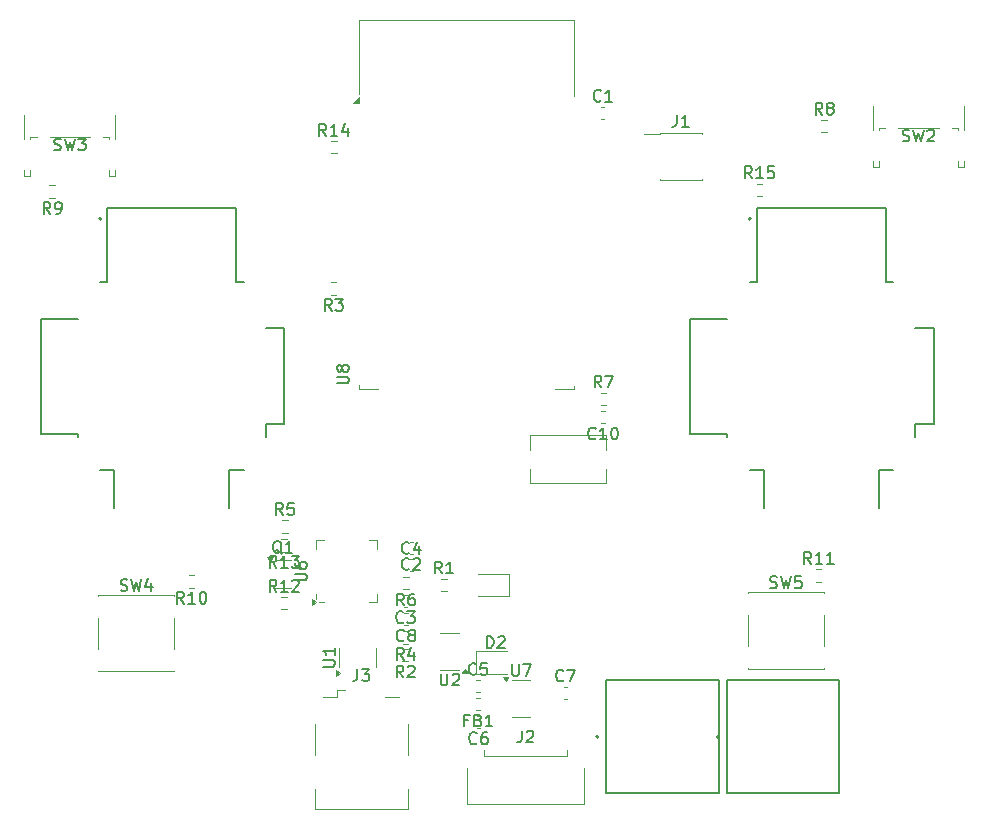
<source format=gbr>
%TF.GenerationSoftware,KiCad,Pcbnew,8.0.6*%
%TF.CreationDate,2025-02-26T11:59:33+01:00*%
%TF.ProjectId,CONTROL WIFI ESP32 S3 V4.0,434f4e54-524f-44c2-9057-494649204553,rev?*%
%TF.SameCoordinates,Original*%
%TF.FileFunction,Legend,Top*%
%TF.FilePolarity,Positive*%
%FSLAX46Y46*%
G04 Gerber Fmt 4.6, Leading zero omitted, Abs format (unit mm)*
G04 Created by KiCad (PCBNEW 8.0.6) date 2025-02-26 11:59:33*
%MOMM*%
%LPD*%
G01*
G04 APERTURE LIST*
%ADD10C,0.150000*%
%ADD11C,0.120000*%
%ADD12C,0.127000*%
%ADD13C,0.200000*%
G04 APERTURE END LIST*
D10*
X57619642Y-121184819D02*
X57286309Y-120708628D01*
X57048214Y-121184819D02*
X57048214Y-120184819D01*
X57048214Y-120184819D02*
X57429166Y-120184819D01*
X57429166Y-120184819D02*
X57524404Y-120232438D01*
X57524404Y-120232438D02*
X57572023Y-120280057D01*
X57572023Y-120280057D02*
X57619642Y-120375295D01*
X57619642Y-120375295D02*
X57619642Y-120518152D01*
X57619642Y-120518152D02*
X57572023Y-120613390D01*
X57572023Y-120613390D02*
X57524404Y-120661009D01*
X57524404Y-120661009D02*
X57429166Y-120708628D01*
X57429166Y-120708628D02*
X57048214Y-120708628D01*
X58572023Y-121184819D02*
X58000595Y-121184819D01*
X58286309Y-121184819D02*
X58286309Y-120184819D01*
X58286309Y-120184819D02*
X58191071Y-120327676D01*
X58191071Y-120327676D02*
X58095833Y-120422914D01*
X58095833Y-120422914D02*
X58000595Y-120470533D01*
X58905357Y-120184819D02*
X59524404Y-120184819D01*
X59524404Y-120184819D02*
X59191071Y-120565771D01*
X59191071Y-120565771D02*
X59333928Y-120565771D01*
X59333928Y-120565771D02*
X59429166Y-120613390D01*
X59429166Y-120613390D02*
X59476785Y-120661009D01*
X59476785Y-120661009D02*
X59524404Y-120756247D01*
X59524404Y-120756247D02*
X59524404Y-120994342D01*
X59524404Y-120994342D02*
X59476785Y-121089580D01*
X59476785Y-121089580D02*
X59429166Y-121137200D01*
X59429166Y-121137200D02*
X59333928Y-121184819D01*
X59333928Y-121184819D02*
X59048214Y-121184819D01*
X59048214Y-121184819D02*
X58952976Y-121137200D01*
X58952976Y-121137200D02*
X58905357Y-121089580D01*
X58072261Y-120025057D02*
X57977023Y-119977438D01*
X57977023Y-119977438D02*
X57881785Y-119882200D01*
X57881785Y-119882200D02*
X57738928Y-119739342D01*
X57738928Y-119739342D02*
X57643690Y-119691723D01*
X57643690Y-119691723D02*
X57548452Y-119691723D01*
X57596071Y-119929819D02*
X57500833Y-119882200D01*
X57500833Y-119882200D02*
X57405595Y-119786961D01*
X57405595Y-119786961D02*
X57357976Y-119596485D01*
X57357976Y-119596485D02*
X57357976Y-119263152D01*
X57357976Y-119263152D02*
X57405595Y-119072676D01*
X57405595Y-119072676D02*
X57500833Y-118977438D01*
X57500833Y-118977438D02*
X57596071Y-118929819D01*
X57596071Y-118929819D02*
X57786547Y-118929819D01*
X57786547Y-118929819D02*
X57881785Y-118977438D01*
X57881785Y-118977438D02*
X57977023Y-119072676D01*
X57977023Y-119072676D02*
X58024642Y-119263152D01*
X58024642Y-119263152D02*
X58024642Y-119596485D01*
X58024642Y-119596485D02*
X57977023Y-119786961D01*
X57977023Y-119786961D02*
X57881785Y-119882200D01*
X57881785Y-119882200D02*
X57786547Y-119929819D01*
X57786547Y-119929819D02*
X57596071Y-119929819D01*
X58977023Y-119929819D02*
X58405595Y-119929819D01*
X58691309Y-119929819D02*
X58691309Y-118929819D01*
X58691309Y-118929819D02*
X58596071Y-119072676D01*
X58596071Y-119072676D02*
X58500833Y-119167914D01*
X58500833Y-119167914D02*
X58405595Y-119215533D01*
X99416667Y-122872200D02*
X99559524Y-122919819D01*
X99559524Y-122919819D02*
X99797619Y-122919819D01*
X99797619Y-122919819D02*
X99892857Y-122872200D01*
X99892857Y-122872200D02*
X99940476Y-122824580D01*
X99940476Y-122824580D02*
X99988095Y-122729342D01*
X99988095Y-122729342D02*
X99988095Y-122634104D01*
X99988095Y-122634104D02*
X99940476Y-122538866D01*
X99940476Y-122538866D02*
X99892857Y-122491247D01*
X99892857Y-122491247D02*
X99797619Y-122443628D01*
X99797619Y-122443628D02*
X99607143Y-122396009D01*
X99607143Y-122396009D02*
X99511905Y-122348390D01*
X99511905Y-122348390D02*
X99464286Y-122300771D01*
X99464286Y-122300771D02*
X99416667Y-122205533D01*
X99416667Y-122205533D02*
X99416667Y-122110295D01*
X99416667Y-122110295D02*
X99464286Y-122015057D01*
X99464286Y-122015057D02*
X99511905Y-121967438D01*
X99511905Y-121967438D02*
X99607143Y-121919819D01*
X99607143Y-121919819D02*
X99845238Y-121919819D01*
X99845238Y-121919819D02*
X99988095Y-121967438D01*
X100321429Y-121919819D02*
X100559524Y-122919819D01*
X100559524Y-122919819D02*
X100750000Y-122205533D01*
X100750000Y-122205533D02*
X100940476Y-122919819D01*
X100940476Y-122919819D02*
X101178572Y-121919819D01*
X102035714Y-121919819D02*
X101559524Y-121919819D01*
X101559524Y-121919819D02*
X101511905Y-122396009D01*
X101511905Y-122396009D02*
X101559524Y-122348390D01*
X101559524Y-122348390D02*
X101654762Y-122300771D01*
X101654762Y-122300771D02*
X101892857Y-122300771D01*
X101892857Y-122300771D02*
X101988095Y-122348390D01*
X101988095Y-122348390D02*
X102035714Y-122396009D01*
X102035714Y-122396009D02*
X102083333Y-122491247D01*
X102083333Y-122491247D02*
X102083333Y-122729342D01*
X102083333Y-122729342D02*
X102035714Y-122824580D01*
X102035714Y-122824580D02*
X101988095Y-122872200D01*
X101988095Y-122872200D02*
X101892857Y-122919819D01*
X101892857Y-122919819D02*
X101654762Y-122919819D01*
X101654762Y-122919819D02*
X101559524Y-122872200D01*
X101559524Y-122872200D02*
X101511905Y-122824580D01*
X71525595Y-130154819D02*
X71525595Y-130964342D01*
X71525595Y-130964342D02*
X71573214Y-131059580D01*
X71573214Y-131059580D02*
X71620833Y-131107200D01*
X71620833Y-131107200D02*
X71716071Y-131154819D01*
X71716071Y-131154819D02*
X71906547Y-131154819D01*
X71906547Y-131154819D02*
X72001785Y-131107200D01*
X72001785Y-131107200D02*
X72049404Y-131059580D01*
X72049404Y-131059580D02*
X72097023Y-130964342D01*
X72097023Y-130964342D02*
X72097023Y-130154819D01*
X72525595Y-130250057D02*
X72573214Y-130202438D01*
X72573214Y-130202438D02*
X72668452Y-130154819D01*
X72668452Y-130154819D02*
X72906547Y-130154819D01*
X72906547Y-130154819D02*
X73001785Y-130202438D01*
X73001785Y-130202438D02*
X73049404Y-130250057D01*
X73049404Y-130250057D02*
X73097023Y-130345295D01*
X73097023Y-130345295D02*
X73097023Y-130440533D01*
X73097023Y-130440533D02*
X73049404Y-130583390D01*
X73049404Y-130583390D02*
X72477976Y-131154819D01*
X72477976Y-131154819D02*
X73097023Y-131154819D01*
X68358333Y-130484819D02*
X68025000Y-130008628D01*
X67786905Y-130484819D02*
X67786905Y-129484819D01*
X67786905Y-129484819D02*
X68167857Y-129484819D01*
X68167857Y-129484819D02*
X68263095Y-129532438D01*
X68263095Y-129532438D02*
X68310714Y-129580057D01*
X68310714Y-129580057D02*
X68358333Y-129675295D01*
X68358333Y-129675295D02*
X68358333Y-129818152D01*
X68358333Y-129818152D02*
X68310714Y-129913390D01*
X68310714Y-129913390D02*
X68263095Y-129961009D01*
X68263095Y-129961009D02*
X68167857Y-130008628D01*
X68167857Y-130008628D02*
X67786905Y-130008628D01*
X68739286Y-129580057D02*
X68786905Y-129532438D01*
X68786905Y-129532438D02*
X68882143Y-129484819D01*
X68882143Y-129484819D02*
X69120238Y-129484819D01*
X69120238Y-129484819D02*
X69215476Y-129532438D01*
X69215476Y-129532438D02*
X69263095Y-129580057D01*
X69263095Y-129580057D02*
X69310714Y-129675295D01*
X69310714Y-129675295D02*
X69310714Y-129770533D01*
X69310714Y-129770533D02*
X69263095Y-129913390D01*
X69263095Y-129913390D02*
X68691667Y-130484819D01*
X68691667Y-130484819D02*
X69310714Y-130484819D01*
X68358333Y-125789580D02*
X68310714Y-125837200D01*
X68310714Y-125837200D02*
X68167857Y-125884819D01*
X68167857Y-125884819D02*
X68072619Y-125884819D01*
X68072619Y-125884819D02*
X67929762Y-125837200D01*
X67929762Y-125837200D02*
X67834524Y-125741961D01*
X67834524Y-125741961D02*
X67786905Y-125646723D01*
X67786905Y-125646723D02*
X67739286Y-125456247D01*
X67739286Y-125456247D02*
X67739286Y-125313390D01*
X67739286Y-125313390D02*
X67786905Y-125122914D01*
X67786905Y-125122914D02*
X67834524Y-125027676D01*
X67834524Y-125027676D02*
X67929762Y-124932438D01*
X67929762Y-124932438D02*
X68072619Y-124884819D01*
X68072619Y-124884819D02*
X68167857Y-124884819D01*
X68167857Y-124884819D02*
X68310714Y-124932438D01*
X68310714Y-124932438D02*
X68358333Y-124980057D01*
X68691667Y-124884819D02*
X69310714Y-124884819D01*
X69310714Y-124884819D02*
X68977381Y-125265771D01*
X68977381Y-125265771D02*
X69120238Y-125265771D01*
X69120238Y-125265771D02*
X69215476Y-125313390D01*
X69215476Y-125313390D02*
X69263095Y-125361009D01*
X69263095Y-125361009D02*
X69310714Y-125456247D01*
X69310714Y-125456247D02*
X69310714Y-125694342D01*
X69310714Y-125694342D02*
X69263095Y-125789580D01*
X69263095Y-125789580D02*
X69215476Y-125837200D01*
X69215476Y-125837200D02*
X69120238Y-125884819D01*
X69120238Y-125884819D02*
X68834524Y-125884819D01*
X68834524Y-125884819D02*
X68739286Y-125837200D01*
X68739286Y-125837200D02*
X68691667Y-125789580D01*
X62744819Y-105591904D02*
X63554342Y-105591904D01*
X63554342Y-105591904D02*
X63649580Y-105544285D01*
X63649580Y-105544285D02*
X63697200Y-105496666D01*
X63697200Y-105496666D02*
X63744819Y-105401428D01*
X63744819Y-105401428D02*
X63744819Y-105210952D01*
X63744819Y-105210952D02*
X63697200Y-105115714D01*
X63697200Y-105115714D02*
X63649580Y-105068095D01*
X63649580Y-105068095D02*
X63554342Y-105020476D01*
X63554342Y-105020476D02*
X62744819Y-105020476D01*
X63173390Y-104401428D02*
X63125771Y-104496666D01*
X63125771Y-104496666D02*
X63078152Y-104544285D01*
X63078152Y-104544285D02*
X62982914Y-104591904D01*
X62982914Y-104591904D02*
X62935295Y-104591904D01*
X62935295Y-104591904D02*
X62840057Y-104544285D01*
X62840057Y-104544285D02*
X62792438Y-104496666D01*
X62792438Y-104496666D02*
X62744819Y-104401428D01*
X62744819Y-104401428D02*
X62744819Y-104210952D01*
X62744819Y-104210952D02*
X62792438Y-104115714D01*
X62792438Y-104115714D02*
X62840057Y-104068095D01*
X62840057Y-104068095D02*
X62935295Y-104020476D01*
X62935295Y-104020476D02*
X62982914Y-104020476D01*
X62982914Y-104020476D02*
X63078152Y-104068095D01*
X63078152Y-104068095D02*
X63125771Y-104115714D01*
X63125771Y-104115714D02*
X63173390Y-104210952D01*
X63173390Y-104210952D02*
X63173390Y-104401428D01*
X63173390Y-104401428D02*
X63221009Y-104496666D01*
X63221009Y-104496666D02*
X63268628Y-104544285D01*
X63268628Y-104544285D02*
X63363866Y-104591904D01*
X63363866Y-104591904D02*
X63554342Y-104591904D01*
X63554342Y-104591904D02*
X63649580Y-104544285D01*
X63649580Y-104544285D02*
X63697200Y-104496666D01*
X63697200Y-104496666D02*
X63744819Y-104401428D01*
X63744819Y-104401428D02*
X63744819Y-104210952D01*
X63744819Y-104210952D02*
X63697200Y-104115714D01*
X63697200Y-104115714D02*
X63649580Y-104068095D01*
X63649580Y-104068095D02*
X63554342Y-104020476D01*
X63554342Y-104020476D02*
X63363866Y-104020476D01*
X63363866Y-104020476D02*
X63268628Y-104068095D01*
X63268628Y-104068095D02*
X63221009Y-104115714D01*
X63221009Y-104115714D02*
X63173390Y-104210952D01*
X75424405Y-128004819D02*
X75424405Y-127004819D01*
X75424405Y-127004819D02*
X75662500Y-127004819D01*
X75662500Y-127004819D02*
X75805357Y-127052438D01*
X75805357Y-127052438D02*
X75900595Y-127147676D01*
X75900595Y-127147676D02*
X75948214Y-127242914D01*
X75948214Y-127242914D02*
X75995833Y-127433390D01*
X75995833Y-127433390D02*
X75995833Y-127576247D01*
X75995833Y-127576247D02*
X75948214Y-127766723D01*
X75948214Y-127766723D02*
X75900595Y-127861961D01*
X75900595Y-127861961D02*
X75805357Y-127957200D01*
X75805357Y-127957200D02*
X75662500Y-128004819D01*
X75662500Y-128004819D02*
X75424405Y-128004819D01*
X76376786Y-127100057D02*
X76424405Y-127052438D01*
X76424405Y-127052438D02*
X76519643Y-127004819D01*
X76519643Y-127004819D02*
X76757738Y-127004819D01*
X76757738Y-127004819D02*
X76852976Y-127052438D01*
X76852976Y-127052438D02*
X76900595Y-127100057D01*
X76900595Y-127100057D02*
X76948214Y-127195295D01*
X76948214Y-127195295D02*
X76948214Y-127290533D01*
X76948214Y-127290533D02*
X76900595Y-127433390D01*
X76900595Y-127433390D02*
X76329167Y-128004819D01*
X76329167Y-128004819D02*
X76948214Y-128004819D01*
X62283333Y-99434819D02*
X61950000Y-98958628D01*
X61711905Y-99434819D02*
X61711905Y-98434819D01*
X61711905Y-98434819D02*
X62092857Y-98434819D01*
X62092857Y-98434819D02*
X62188095Y-98482438D01*
X62188095Y-98482438D02*
X62235714Y-98530057D01*
X62235714Y-98530057D02*
X62283333Y-98625295D01*
X62283333Y-98625295D02*
X62283333Y-98768152D01*
X62283333Y-98768152D02*
X62235714Y-98863390D01*
X62235714Y-98863390D02*
X62188095Y-98911009D01*
X62188095Y-98911009D02*
X62092857Y-98958628D01*
X62092857Y-98958628D02*
X61711905Y-98958628D01*
X62616667Y-98434819D02*
X63235714Y-98434819D01*
X63235714Y-98434819D02*
X62902381Y-98815771D01*
X62902381Y-98815771D02*
X63045238Y-98815771D01*
X63045238Y-98815771D02*
X63140476Y-98863390D01*
X63140476Y-98863390D02*
X63188095Y-98911009D01*
X63188095Y-98911009D02*
X63235714Y-99006247D01*
X63235714Y-99006247D02*
X63235714Y-99244342D01*
X63235714Y-99244342D02*
X63188095Y-99339580D01*
X63188095Y-99339580D02*
X63140476Y-99387200D01*
X63140476Y-99387200D02*
X63045238Y-99434819D01*
X63045238Y-99434819D02*
X62759524Y-99434819D01*
X62759524Y-99434819D02*
X62664286Y-99387200D01*
X62664286Y-99387200D02*
X62616667Y-99339580D01*
X73854166Y-134101009D02*
X73520833Y-134101009D01*
X73520833Y-134624819D02*
X73520833Y-133624819D01*
X73520833Y-133624819D02*
X73997023Y-133624819D01*
X74711309Y-134101009D02*
X74854166Y-134148628D01*
X74854166Y-134148628D02*
X74901785Y-134196247D01*
X74901785Y-134196247D02*
X74949404Y-134291485D01*
X74949404Y-134291485D02*
X74949404Y-134434342D01*
X74949404Y-134434342D02*
X74901785Y-134529580D01*
X74901785Y-134529580D02*
X74854166Y-134577200D01*
X74854166Y-134577200D02*
X74758928Y-134624819D01*
X74758928Y-134624819D02*
X74377976Y-134624819D01*
X74377976Y-134624819D02*
X74377976Y-133624819D01*
X74377976Y-133624819D02*
X74711309Y-133624819D01*
X74711309Y-133624819D02*
X74806547Y-133672438D01*
X74806547Y-133672438D02*
X74854166Y-133720057D01*
X74854166Y-133720057D02*
X74901785Y-133815295D01*
X74901785Y-133815295D02*
X74901785Y-133910533D01*
X74901785Y-133910533D02*
X74854166Y-134005771D01*
X74854166Y-134005771D02*
X74806547Y-134053390D01*
X74806547Y-134053390D02*
X74711309Y-134101009D01*
X74711309Y-134101009D02*
X74377976Y-134101009D01*
X75901785Y-134624819D02*
X75330357Y-134624819D01*
X75616071Y-134624819D02*
X75616071Y-133624819D01*
X75616071Y-133624819D02*
X75520833Y-133767676D01*
X75520833Y-133767676D02*
X75425595Y-133862914D01*
X75425595Y-133862914D02*
X75330357Y-133910533D01*
X38791667Y-85814700D02*
X38934524Y-85862319D01*
X38934524Y-85862319D02*
X39172619Y-85862319D01*
X39172619Y-85862319D02*
X39267857Y-85814700D01*
X39267857Y-85814700D02*
X39315476Y-85767080D01*
X39315476Y-85767080D02*
X39363095Y-85671842D01*
X39363095Y-85671842D02*
X39363095Y-85576604D01*
X39363095Y-85576604D02*
X39315476Y-85481366D01*
X39315476Y-85481366D02*
X39267857Y-85433747D01*
X39267857Y-85433747D02*
X39172619Y-85386128D01*
X39172619Y-85386128D02*
X38982143Y-85338509D01*
X38982143Y-85338509D02*
X38886905Y-85290890D01*
X38886905Y-85290890D02*
X38839286Y-85243271D01*
X38839286Y-85243271D02*
X38791667Y-85148033D01*
X38791667Y-85148033D02*
X38791667Y-85052795D01*
X38791667Y-85052795D02*
X38839286Y-84957557D01*
X38839286Y-84957557D02*
X38886905Y-84909938D01*
X38886905Y-84909938D02*
X38982143Y-84862319D01*
X38982143Y-84862319D02*
X39220238Y-84862319D01*
X39220238Y-84862319D02*
X39363095Y-84909938D01*
X39696429Y-84862319D02*
X39934524Y-85862319D01*
X39934524Y-85862319D02*
X40125000Y-85148033D01*
X40125000Y-85148033D02*
X40315476Y-85862319D01*
X40315476Y-85862319D02*
X40553572Y-84862319D01*
X40839286Y-84862319D02*
X41458333Y-84862319D01*
X41458333Y-84862319D02*
X41125000Y-85243271D01*
X41125000Y-85243271D02*
X41267857Y-85243271D01*
X41267857Y-85243271D02*
X41363095Y-85290890D01*
X41363095Y-85290890D02*
X41410714Y-85338509D01*
X41410714Y-85338509D02*
X41458333Y-85433747D01*
X41458333Y-85433747D02*
X41458333Y-85671842D01*
X41458333Y-85671842D02*
X41410714Y-85767080D01*
X41410714Y-85767080D02*
X41363095Y-85814700D01*
X41363095Y-85814700D02*
X41267857Y-85862319D01*
X41267857Y-85862319D02*
X40982143Y-85862319D01*
X40982143Y-85862319D02*
X40886905Y-85814700D01*
X40886905Y-85814700D02*
X40839286Y-85767080D01*
X85133333Y-105924819D02*
X84800000Y-105448628D01*
X84561905Y-105924819D02*
X84561905Y-104924819D01*
X84561905Y-104924819D02*
X84942857Y-104924819D01*
X84942857Y-104924819D02*
X85038095Y-104972438D01*
X85038095Y-104972438D02*
X85085714Y-105020057D01*
X85085714Y-105020057D02*
X85133333Y-105115295D01*
X85133333Y-105115295D02*
X85133333Y-105258152D01*
X85133333Y-105258152D02*
X85085714Y-105353390D01*
X85085714Y-105353390D02*
X85038095Y-105401009D01*
X85038095Y-105401009D02*
X84942857Y-105448628D01*
X84942857Y-105448628D02*
X84561905Y-105448628D01*
X85466667Y-104924819D02*
X86133333Y-104924819D01*
X86133333Y-104924819D02*
X85704762Y-105924819D01*
X85083333Y-81629580D02*
X85035714Y-81677200D01*
X85035714Y-81677200D02*
X84892857Y-81724819D01*
X84892857Y-81724819D02*
X84797619Y-81724819D01*
X84797619Y-81724819D02*
X84654762Y-81677200D01*
X84654762Y-81677200D02*
X84559524Y-81581961D01*
X84559524Y-81581961D02*
X84511905Y-81486723D01*
X84511905Y-81486723D02*
X84464286Y-81296247D01*
X84464286Y-81296247D02*
X84464286Y-81153390D01*
X84464286Y-81153390D02*
X84511905Y-80962914D01*
X84511905Y-80962914D02*
X84559524Y-80867676D01*
X84559524Y-80867676D02*
X84654762Y-80772438D01*
X84654762Y-80772438D02*
X84797619Y-80724819D01*
X84797619Y-80724819D02*
X84892857Y-80724819D01*
X84892857Y-80724819D02*
X85035714Y-80772438D01*
X85035714Y-80772438D02*
X85083333Y-80820057D01*
X86035714Y-81724819D02*
X85464286Y-81724819D01*
X85750000Y-81724819D02*
X85750000Y-80724819D01*
X85750000Y-80724819D02*
X85654762Y-80867676D01*
X85654762Y-80867676D02*
X85559524Y-80962914D01*
X85559524Y-80962914D02*
X85464286Y-81010533D01*
X84632142Y-110239580D02*
X84584523Y-110287200D01*
X84584523Y-110287200D02*
X84441666Y-110334819D01*
X84441666Y-110334819D02*
X84346428Y-110334819D01*
X84346428Y-110334819D02*
X84203571Y-110287200D01*
X84203571Y-110287200D02*
X84108333Y-110191961D01*
X84108333Y-110191961D02*
X84060714Y-110096723D01*
X84060714Y-110096723D02*
X84013095Y-109906247D01*
X84013095Y-109906247D02*
X84013095Y-109763390D01*
X84013095Y-109763390D02*
X84060714Y-109572914D01*
X84060714Y-109572914D02*
X84108333Y-109477676D01*
X84108333Y-109477676D02*
X84203571Y-109382438D01*
X84203571Y-109382438D02*
X84346428Y-109334819D01*
X84346428Y-109334819D02*
X84441666Y-109334819D01*
X84441666Y-109334819D02*
X84584523Y-109382438D01*
X84584523Y-109382438D02*
X84632142Y-109430057D01*
X85584523Y-110334819D02*
X85013095Y-110334819D01*
X85298809Y-110334819D02*
X85298809Y-109334819D01*
X85298809Y-109334819D02*
X85203571Y-109477676D01*
X85203571Y-109477676D02*
X85108333Y-109572914D01*
X85108333Y-109572914D02*
X85013095Y-109620533D01*
X86203571Y-109334819D02*
X86298809Y-109334819D01*
X86298809Y-109334819D02*
X86394047Y-109382438D01*
X86394047Y-109382438D02*
X86441666Y-109430057D01*
X86441666Y-109430057D02*
X86489285Y-109525295D01*
X86489285Y-109525295D02*
X86536904Y-109715771D01*
X86536904Y-109715771D02*
X86536904Y-109953866D01*
X86536904Y-109953866D02*
X86489285Y-110144342D01*
X86489285Y-110144342D02*
X86441666Y-110239580D01*
X86441666Y-110239580D02*
X86394047Y-110287200D01*
X86394047Y-110287200D02*
X86298809Y-110334819D01*
X86298809Y-110334819D02*
X86203571Y-110334819D01*
X86203571Y-110334819D02*
X86108333Y-110287200D01*
X86108333Y-110287200D02*
X86060714Y-110239580D01*
X86060714Y-110239580D02*
X86013095Y-110144342D01*
X86013095Y-110144342D02*
X85965476Y-109953866D01*
X85965476Y-109953866D02*
X85965476Y-109715771D01*
X85965476Y-109715771D02*
X86013095Y-109525295D01*
X86013095Y-109525295D02*
X86060714Y-109430057D01*
X86060714Y-109430057D02*
X86108333Y-109382438D01*
X86108333Y-109382438D02*
X86203571Y-109334819D01*
X58158333Y-116724819D02*
X57825000Y-116248628D01*
X57586905Y-116724819D02*
X57586905Y-115724819D01*
X57586905Y-115724819D02*
X57967857Y-115724819D01*
X57967857Y-115724819D02*
X58063095Y-115772438D01*
X58063095Y-115772438D02*
X58110714Y-115820057D01*
X58110714Y-115820057D02*
X58158333Y-115915295D01*
X58158333Y-115915295D02*
X58158333Y-116058152D01*
X58158333Y-116058152D02*
X58110714Y-116153390D01*
X58110714Y-116153390D02*
X58063095Y-116201009D01*
X58063095Y-116201009D02*
X57967857Y-116248628D01*
X57967857Y-116248628D02*
X57586905Y-116248628D01*
X59063095Y-115724819D02*
X58586905Y-115724819D01*
X58586905Y-115724819D02*
X58539286Y-116201009D01*
X58539286Y-116201009D02*
X58586905Y-116153390D01*
X58586905Y-116153390D02*
X58682143Y-116105771D01*
X58682143Y-116105771D02*
X58920238Y-116105771D01*
X58920238Y-116105771D02*
X59015476Y-116153390D01*
X59015476Y-116153390D02*
X59063095Y-116201009D01*
X59063095Y-116201009D02*
X59110714Y-116296247D01*
X59110714Y-116296247D02*
X59110714Y-116534342D01*
X59110714Y-116534342D02*
X59063095Y-116629580D01*
X59063095Y-116629580D02*
X59015476Y-116677200D01*
X59015476Y-116677200D02*
X58920238Y-116724819D01*
X58920238Y-116724819D02*
X58682143Y-116724819D01*
X58682143Y-116724819D02*
X58586905Y-116677200D01*
X58586905Y-116677200D02*
X58539286Y-116629580D01*
X57619642Y-123224819D02*
X57286309Y-122748628D01*
X57048214Y-123224819D02*
X57048214Y-122224819D01*
X57048214Y-122224819D02*
X57429166Y-122224819D01*
X57429166Y-122224819D02*
X57524404Y-122272438D01*
X57524404Y-122272438D02*
X57572023Y-122320057D01*
X57572023Y-122320057D02*
X57619642Y-122415295D01*
X57619642Y-122415295D02*
X57619642Y-122558152D01*
X57619642Y-122558152D02*
X57572023Y-122653390D01*
X57572023Y-122653390D02*
X57524404Y-122701009D01*
X57524404Y-122701009D02*
X57429166Y-122748628D01*
X57429166Y-122748628D02*
X57048214Y-122748628D01*
X58572023Y-123224819D02*
X58000595Y-123224819D01*
X58286309Y-123224819D02*
X58286309Y-122224819D01*
X58286309Y-122224819D02*
X58191071Y-122367676D01*
X58191071Y-122367676D02*
X58095833Y-122462914D01*
X58095833Y-122462914D02*
X58000595Y-122510533D01*
X58952976Y-122320057D02*
X59000595Y-122272438D01*
X59000595Y-122272438D02*
X59095833Y-122224819D01*
X59095833Y-122224819D02*
X59333928Y-122224819D01*
X59333928Y-122224819D02*
X59429166Y-122272438D01*
X59429166Y-122272438D02*
X59476785Y-122320057D01*
X59476785Y-122320057D02*
X59524404Y-122415295D01*
X59524404Y-122415295D02*
X59524404Y-122510533D01*
X59524404Y-122510533D02*
X59476785Y-122653390D01*
X59476785Y-122653390D02*
X58905357Y-123224819D01*
X58905357Y-123224819D02*
X59524404Y-123224819D01*
X64466666Y-129779819D02*
X64466666Y-130494104D01*
X64466666Y-130494104D02*
X64419047Y-130636961D01*
X64419047Y-130636961D02*
X64323809Y-130732200D01*
X64323809Y-130732200D02*
X64180952Y-130779819D01*
X64180952Y-130779819D02*
X64085714Y-130779819D01*
X64847619Y-129779819D02*
X65466666Y-129779819D01*
X65466666Y-129779819D02*
X65133333Y-130160771D01*
X65133333Y-130160771D02*
X65276190Y-130160771D01*
X65276190Y-130160771D02*
X65371428Y-130208390D01*
X65371428Y-130208390D02*
X65419047Y-130256009D01*
X65419047Y-130256009D02*
X65466666Y-130351247D01*
X65466666Y-130351247D02*
X65466666Y-130589342D01*
X65466666Y-130589342D02*
X65419047Y-130684580D01*
X65419047Y-130684580D02*
X65371428Y-130732200D01*
X65371428Y-130732200D02*
X65276190Y-130779819D01*
X65276190Y-130779819D02*
X64990476Y-130779819D01*
X64990476Y-130779819D02*
X64895238Y-130732200D01*
X64895238Y-130732200D02*
X64847619Y-130684580D01*
X77563095Y-129354819D02*
X77563095Y-130164342D01*
X77563095Y-130164342D02*
X77610714Y-130259580D01*
X77610714Y-130259580D02*
X77658333Y-130307200D01*
X77658333Y-130307200D02*
X77753571Y-130354819D01*
X77753571Y-130354819D02*
X77944047Y-130354819D01*
X77944047Y-130354819D02*
X78039285Y-130307200D01*
X78039285Y-130307200D02*
X78086904Y-130259580D01*
X78086904Y-130259580D02*
X78134523Y-130164342D01*
X78134523Y-130164342D02*
X78134523Y-129354819D01*
X78515476Y-129354819D02*
X79182142Y-129354819D01*
X79182142Y-129354819D02*
X78753571Y-130354819D01*
X97869642Y-88224819D02*
X97536309Y-87748628D01*
X97298214Y-88224819D02*
X97298214Y-87224819D01*
X97298214Y-87224819D02*
X97679166Y-87224819D01*
X97679166Y-87224819D02*
X97774404Y-87272438D01*
X97774404Y-87272438D02*
X97822023Y-87320057D01*
X97822023Y-87320057D02*
X97869642Y-87415295D01*
X97869642Y-87415295D02*
X97869642Y-87558152D01*
X97869642Y-87558152D02*
X97822023Y-87653390D01*
X97822023Y-87653390D02*
X97774404Y-87701009D01*
X97774404Y-87701009D02*
X97679166Y-87748628D01*
X97679166Y-87748628D02*
X97298214Y-87748628D01*
X98822023Y-88224819D02*
X98250595Y-88224819D01*
X98536309Y-88224819D02*
X98536309Y-87224819D01*
X98536309Y-87224819D02*
X98441071Y-87367676D01*
X98441071Y-87367676D02*
X98345833Y-87462914D01*
X98345833Y-87462914D02*
X98250595Y-87510533D01*
X99726785Y-87224819D02*
X99250595Y-87224819D01*
X99250595Y-87224819D02*
X99202976Y-87701009D01*
X99202976Y-87701009D02*
X99250595Y-87653390D01*
X99250595Y-87653390D02*
X99345833Y-87605771D01*
X99345833Y-87605771D02*
X99583928Y-87605771D01*
X99583928Y-87605771D02*
X99679166Y-87653390D01*
X99679166Y-87653390D02*
X99726785Y-87701009D01*
X99726785Y-87701009D02*
X99774404Y-87796247D01*
X99774404Y-87796247D02*
X99774404Y-88034342D01*
X99774404Y-88034342D02*
X99726785Y-88129580D01*
X99726785Y-88129580D02*
X99679166Y-88177200D01*
X99679166Y-88177200D02*
X99583928Y-88224819D01*
X99583928Y-88224819D02*
X99345833Y-88224819D01*
X99345833Y-88224819D02*
X99250595Y-88177200D01*
X99250595Y-88177200D02*
X99202976Y-88129580D01*
X61832142Y-84624819D02*
X61498809Y-84148628D01*
X61260714Y-84624819D02*
X61260714Y-83624819D01*
X61260714Y-83624819D02*
X61641666Y-83624819D01*
X61641666Y-83624819D02*
X61736904Y-83672438D01*
X61736904Y-83672438D02*
X61784523Y-83720057D01*
X61784523Y-83720057D02*
X61832142Y-83815295D01*
X61832142Y-83815295D02*
X61832142Y-83958152D01*
X61832142Y-83958152D02*
X61784523Y-84053390D01*
X61784523Y-84053390D02*
X61736904Y-84101009D01*
X61736904Y-84101009D02*
X61641666Y-84148628D01*
X61641666Y-84148628D02*
X61260714Y-84148628D01*
X62784523Y-84624819D02*
X62213095Y-84624819D01*
X62498809Y-84624819D02*
X62498809Y-83624819D01*
X62498809Y-83624819D02*
X62403571Y-83767676D01*
X62403571Y-83767676D02*
X62308333Y-83862914D01*
X62308333Y-83862914D02*
X62213095Y-83910533D01*
X63641666Y-83958152D02*
X63641666Y-84624819D01*
X63403571Y-83577200D02*
X63165476Y-84291485D01*
X63165476Y-84291485D02*
X63784523Y-84291485D01*
X78366666Y-134984819D02*
X78366666Y-135699104D01*
X78366666Y-135699104D02*
X78319047Y-135841961D01*
X78319047Y-135841961D02*
X78223809Y-135937200D01*
X78223809Y-135937200D02*
X78080952Y-135984819D01*
X78080952Y-135984819D02*
X77985714Y-135984819D01*
X78795238Y-135080057D02*
X78842857Y-135032438D01*
X78842857Y-135032438D02*
X78938095Y-134984819D01*
X78938095Y-134984819D02*
X79176190Y-134984819D01*
X79176190Y-134984819D02*
X79271428Y-135032438D01*
X79271428Y-135032438D02*
X79319047Y-135080057D01*
X79319047Y-135080057D02*
X79366666Y-135175295D01*
X79366666Y-135175295D02*
X79366666Y-135270533D01*
X79366666Y-135270533D02*
X79319047Y-135413390D01*
X79319047Y-135413390D02*
X78747619Y-135984819D01*
X78747619Y-135984819D02*
X79366666Y-135984819D01*
X68858333Y-119929580D02*
X68810714Y-119977200D01*
X68810714Y-119977200D02*
X68667857Y-120024819D01*
X68667857Y-120024819D02*
X68572619Y-120024819D01*
X68572619Y-120024819D02*
X68429762Y-119977200D01*
X68429762Y-119977200D02*
X68334524Y-119881961D01*
X68334524Y-119881961D02*
X68286905Y-119786723D01*
X68286905Y-119786723D02*
X68239286Y-119596247D01*
X68239286Y-119596247D02*
X68239286Y-119453390D01*
X68239286Y-119453390D02*
X68286905Y-119262914D01*
X68286905Y-119262914D02*
X68334524Y-119167676D01*
X68334524Y-119167676D02*
X68429762Y-119072438D01*
X68429762Y-119072438D02*
X68572619Y-119024819D01*
X68572619Y-119024819D02*
X68667857Y-119024819D01*
X68667857Y-119024819D02*
X68810714Y-119072438D01*
X68810714Y-119072438D02*
X68858333Y-119120057D01*
X69715476Y-119358152D02*
X69715476Y-120024819D01*
X69477381Y-118977200D02*
X69239286Y-119691485D01*
X69239286Y-119691485D02*
X69858333Y-119691485D01*
X103833333Y-82824819D02*
X103500000Y-82348628D01*
X103261905Y-82824819D02*
X103261905Y-81824819D01*
X103261905Y-81824819D02*
X103642857Y-81824819D01*
X103642857Y-81824819D02*
X103738095Y-81872438D01*
X103738095Y-81872438D02*
X103785714Y-81920057D01*
X103785714Y-81920057D02*
X103833333Y-82015295D01*
X103833333Y-82015295D02*
X103833333Y-82158152D01*
X103833333Y-82158152D02*
X103785714Y-82253390D01*
X103785714Y-82253390D02*
X103738095Y-82301009D01*
X103738095Y-82301009D02*
X103642857Y-82348628D01*
X103642857Y-82348628D02*
X103261905Y-82348628D01*
X104404762Y-82253390D02*
X104309524Y-82205771D01*
X104309524Y-82205771D02*
X104261905Y-82158152D01*
X104261905Y-82158152D02*
X104214286Y-82062914D01*
X104214286Y-82062914D02*
X104214286Y-82015295D01*
X104214286Y-82015295D02*
X104261905Y-81920057D01*
X104261905Y-81920057D02*
X104309524Y-81872438D01*
X104309524Y-81872438D02*
X104404762Y-81824819D01*
X104404762Y-81824819D02*
X104595238Y-81824819D01*
X104595238Y-81824819D02*
X104690476Y-81872438D01*
X104690476Y-81872438D02*
X104738095Y-81920057D01*
X104738095Y-81920057D02*
X104785714Y-82015295D01*
X104785714Y-82015295D02*
X104785714Y-82062914D01*
X104785714Y-82062914D02*
X104738095Y-82158152D01*
X104738095Y-82158152D02*
X104690476Y-82205771D01*
X104690476Y-82205771D02*
X104595238Y-82253390D01*
X104595238Y-82253390D02*
X104404762Y-82253390D01*
X104404762Y-82253390D02*
X104309524Y-82301009D01*
X104309524Y-82301009D02*
X104261905Y-82348628D01*
X104261905Y-82348628D02*
X104214286Y-82443866D01*
X104214286Y-82443866D02*
X104214286Y-82634342D01*
X104214286Y-82634342D02*
X104261905Y-82729580D01*
X104261905Y-82729580D02*
X104309524Y-82777200D01*
X104309524Y-82777200D02*
X104404762Y-82824819D01*
X104404762Y-82824819D02*
X104595238Y-82824819D01*
X104595238Y-82824819D02*
X104690476Y-82777200D01*
X104690476Y-82777200D02*
X104738095Y-82729580D01*
X104738095Y-82729580D02*
X104785714Y-82634342D01*
X104785714Y-82634342D02*
X104785714Y-82443866D01*
X104785714Y-82443866D02*
X104738095Y-82348628D01*
X104738095Y-82348628D02*
X104690476Y-82301009D01*
X104690476Y-82301009D02*
X104595238Y-82253390D01*
X38470833Y-91234819D02*
X38137500Y-90758628D01*
X37899405Y-91234819D02*
X37899405Y-90234819D01*
X37899405Y-90234819D02*
X38280357Y-90234819D01*
X38280357Y-90234819D02*
X38375595Y-90282438D01*
X38375595Y-90282438D02*
X38423214Y-90330057D01*
X38423214Y-90330057D02*
X38470833Y-90425295D01*
X38470833Y-90425295D02*
X38470833Y-90568152D01*
X38470833Y-90568152D02*
X38423214Y-90663390D01*
X38423214Y-90663390D02*
X38375595Y-90711009D01*
X38375595Y-90711009D02*
X38280357Y-90758628D01*
X38280357Y-90758628D02*
X37899405Y-90758628D01*
X38947024Y-91234819D02*
X39137500Y-91234819D01*
X39137500Y-91234819D02*
X39232738Y-91187200D01*
X39232738Y-91187200D02*
X39280357Y-91139580D01*
X39280357Y-91139580D02*
X39375595Y-90996723D01*
X39375595Y-90996723D02*
X39423214Y-90806247D01*
X39423214Y-90806247D02*
X39423214Y-90425295D01*
X39423214Y-90425295D02*
X39375595Y-90330057D01*
X39375595Y-90330057D02*
X39327976Y-90282438D01*
X39327976Y-90282438D02*
X39232738Y-90234819D01*
X39232738Y-90234819D02*
X39042262Y-90234819D01*
X39042262Y-90234819D02*
X38947024Y-90282438D01*
X38947024Y-90282438D02*
X38899405Y-90330057D01*
X38899405Y-90330057D02*
X38851786Y-90425295D01*
X38851786Y-90425295D02*
X38851786Y-90663390D01*
X38851786Y-90663390D02*
X38899405Y-90758628D01*
X38899405Y-90758628D02*
X38947024Y-90806247D01*
X38947024Y-90806247D02*
X39042262Y-90853866D01*
X39042262Y-90853866D02*
X39232738Y-90853866D01*
X39232738Y-90853866D02*
X39327976Y-90806247D01*
X39327976Y-90806247D02*
X39375595Y-90758628D01*
X39375595Y-90758628D02*
X39423214Y-90663390D01*
X74508333Y-130169580D02*
X74460714Y-130217200D01*
X74460714Y-130217200D02*
X74317857Y-130264819D01*
X74317857Y-130264819D02*
X74222619Y-130264819D01*
X74222619Y-130264819D02*
X74079762Y-130217200D01*
X74079762Y-130217200D02*
X73984524Y-130121961D01*
X73984524Y-130121961D02*
X73936905Y-130026723D01*
X73936905Y-130026723D02*
X73889286Y-129836247D01*
X73889286Y-129836247D02*
X73889286Y-129693390D01*
X73889286Y-129693390D02*
X73936905Y-129502914D01*
X73936905Y-129502914D02*
X73984524Y-129407676D01*
X73984524Y-129407676D02*
X74079762Y-129312438D01*
X74079762Y-129312438D02*
X74222619Y-129264819D01*
X74222619Y-129264819D02*
X74317857Y-129264819D01*
X74317857Y-129264819D02*
X74460714Y-129312438D01*
X74460714Y-129312438D02*
X74508333Y-129360057D01*
X75413095Y-129264819D02*
X74936905Y-129264819D01*
X74936905Y-129264819D02*
X74889286Y-129741009D01*
X74889286Y-129741009D02*
X74936905Y-129693390D01*
X74936905Y-129693390D02*
X75032143Y-129645771D01*
X75032143Y-129645771D02*
X75270238Y-129645771D01*
X75270238Y-129645771D02*
X75365476Y-129693390D01*
X75365476Y-129693390D02*
X75413095Y-129741009D01*
X75413095Y-129741009D02*
X75460714Y-129836247D01*
X75460714Y-129836247D02*
X75460714Y-130074342D01*
X75460714Y-130074342D02*
X75413095Y-130169580D01*
X75413095Y-130169580D02*
X75365476Y-130217200D01*
X75365476Y-130217200D02*
X75270238Y-130264819D01*
X75270238Y-130264819D02*
X75032143Y-130264819D01*
X75032143Y-130264819D02*
X74936905Y-130217200D01*
X74936905Y-130217200D02*
X74889286Y-130169580D01*
X68858333Y-121289580D02*
X68810714Y-121337200D01*
X68810714Y-121337200D02*
X68667857Y-121384819D01*
X68667857Y-121384819D02*
X68572619Y-121384819D01*
X68572619Y-121384819D02*
X68429762Y-121337200D01*
X68429762Y-121337200D02*
X68334524Y-121241961D01*
X68334524Y-121241961D02*
X68286905Y-121146723D01*
X68286905Y-121146723D02*
X68239286Y-120956247D01*
X68239286Y-120956247D02*
X68239286Y-120813390D01*
X68239286Y-120813390D02*
X68286905Y-120622914D01*
X68286905Y-120622914D02*
X68334524Y-120527676D01*
X68334524Y-120527676D02*
X68429762Y-120432438D01*
X68429762Y-120432438D02*
X68572619Y-120384819D01*
X68572619Y-120384819D02*
X68667857Y-120384819D01*
X68667857Y-120384819D02*
X68810714Y-120432438D01*
X68810714Y-120432438D02*
X68858333Y-120480057D01*
X69239286Y-120480057D02*
X69286905Y-120432438D01*
X69286905Y-120432438D02*
X69382143Y-120384819D01*
X69382143Y-120384819D02*
X69620238Y-120384819D01*
X69620238Y-120384819D02*
X69715476Y-120432438D01*
X69715476Y-120432438D02*
X69763095Y-120480057D01*
X69763095Y-120480057D02*
X69810714Y-120575295D01*
X69810714Y-120575295D02*
X69810714Y-120670533D01*
X69810714Y-120670533D02*
X69763095Y-120813390D01*
X69763095Y-120813390D02*
X69191667Y-121384819D01*
X69191667Y-121384819D02*
X69810714Y-121384819D01*
X59204819Y-122261904D02*
X60014342Y-122261904D01*
X60014342Y-122261904D02*
X60109580Y-122214285D01*
X60109580Y-122214285D02*
X60157200Y-122166666D01*
X60157200Y-122166666D02*
X60204819Y-122071428D01*
X60204819Y-122071428D02*
X60204819Y-121880952D01*
X60204819Y-121880952D02*
X60157200Y-121785714D01*
X60157200Y-121785714D02*
X60109580Y-121738095D01*
X60109580Y-121738095D02*
X60014342Y-121690476D01*
X60014342Y-121690476D02*
X59204819Y-121690476D01*
X59204819Y-120785714D02*
X59204819Y-120976190D01*
X59204819Y-120976190D02*
X59252438Y-121071428D01*
X59252438Y-121071428D02*
X59300057Y-121119047D01*
X59300057Y-121119047D02*
X59442914Y-121214285D01*
X59442914Y-121214285D02*
X59633390Y-121261904D01*
X59633390Y-121261904D02*
X60014342Y-121261904D01*
X60014342Y-121261904D02*
X60109580Y-121214285D01*
X60109580Y-121214285D02*
X60157200Y-121166666D01*
X60157200Y-121166666D02*
X60204819Y-121071428D01*
X60204819Y-121071428D02*
X60204819Y-120880952D01*
X60204819Y-120880952D02*
X60157200Y-120785714D01*
X60157200Y-120785714D02*
X60109580Y-120738095D01*
X60109580Y-120738095D02*
X60014342Y-120690476D01*
X60014342Y-120690476D02*
X59776247Y-120690476D01*
X59776247Y-120690476D02*
X59681009Y-120738095D01*
X59681009Y-120738095D02*
X59633390Y-120785714D01*
X59633390Y-120785714D02*
X59585771Y-120880952D01*
X59585771Y-120880952D02*
X59585771Y-121071428D01*
X59585771Y-121071428D02*
X59633390Y-121166666D01*
X59633390Y-121166666D02*
X59681009Y-121214285D01*
X59681009Y-121214285D02*
X59776247Y-121261904D01*
X44416667Y-123107200D02*
X44559524Y-123154819D01*
X44559524Y-123154819D02*
X44797619Y-123154819D01*
X44797619Y-123154819D02*
X44892857Y-123107200D01*
X44892857Y-123107200D02*
X44940476Y-123059580D01*
X44940476Y-123059580D02*
X44988095Y-122964342D01*
X44988095Y-122964342D02*
X44988095Y-122869104D01*
X44988095Y-122869104D02*
X44940476Y-122773866D01*
X44940476Y-122773866D02*
X44892857Y-122726247D01*
X44892857Y-122726247D02*
X44797619Y-122678628D01*
X44797619Y-122678628D02*
X44607143Y-122631009D01*
X44607143Y-122631009D02*
X44511905Y-122583390D01*
X44511905Y-122583390D02*
X44464286Y-122535771D01*
X44464286Y-122535771D02*
X44416667Y-122440533D01*
X44416667Y-122440533D02*
X44416667Y-122345295D01*
X44416667Y-122345295D02*
X44464286Y-122250057D01*
X44464286Y-122250057D02*
X44511905Y-122202438D01*
X44511905Y-122202438D02*
X44607143Y-122154819D01*
X44607143Y-122154819D02*
X44845238Y-122154819D01*
X44845238Y-122154819D02*
X44988095Y-122202438D01*
X45321429Y-122154819D02*
X45559524Y-123154819D01*
X45559524Y-123154819D02*
X45750000Y-122440533D01*
X45750000Y-122440533D02*
X45940476Y-123154819D01*
X45940476Y-123154819D02*
X46178572Y-122154819D01*
X46988095Y-122488152D02*
X46988095Y-123154819D01*
X46750000Y-122107200D02*
X46511905Y-122821485D01*
X46511905Y-122821485D02*
X47130952Y-122821485D01*
X68408333Y-127339580D02*
X68360714Y-127387200D01*
X68360714Y-127387200D02*
X68217857Y-127434819D01*
X68217857Y-127434819D02*
X68122619Y-127434819D01*
X68122619Y-127434819D02*
X67979762Y-127387200D01*
X67979762Y-127387200D02*
X67884524Y-127291961D01*
X67884524Y-127291961D02*
X67836905Y-127196723D01*
X67836905Y-127196723D02*
X67789286Y-127006247D01*
X67789286Y-127006247D02*
X67789286Y-126863390D01*
X67789286Y-126863390D02*
X67836905Y-126672914D01*
X67836905Y-126672914D02*
X67884524Y-126577676D01*
X67884524Y-126577676D02*
X67979762Y-126482438D01*
X67979762Y-126482438D02*
X68122619Y-126434819D01*
X68122619Y-126434819D02*
X68217857Y-126434819D01*
X68217857Y-126434819D02*
X68360714Y-126482438D01*
X68360714Y-126482438D02*
X68408333Y-126530057D01*
X68979762Y-126863390D02*
X68884524Y-126815771D01*
X68884524Y-126815771D02*
X68836905Y-126768152D01*
X68836905Y-126768152D02*
X68789286Y-126672914D01*
X68789286Y-126672914D02*
X68789286Y-126625295D01*
X68789286Y-126625295D02*
X68836905Y-126530057D01*
X68836905Y-126530057D02*
X68884524Y-126482438D01*
X68884524Y-126482438D02*
X68979762Y-126434819D01*
X68979762Y-126434819D02*
X69170238Y-126434819D01*
X69170238Y-126434819D02*
X69265476Y-126482438D01*
X69265476Y-126482438D02*
X69313095Y-126530057D01*
X69313095Y-126530057D02*
X69360714Y-126625295D01*
X69360714Y-126625295D02*
X69360714Y-126672914D01*
X69360714Y-126672914D02*
X69313095Y-126768152D01*
X69313095Y-126768152D02*
X69265476Y-126815771D01*
X69265476Y-126815771D02*
X69170238Y-126863390D01*
X69170238Y-126863390D02*
X68979762Y-126863390D01*
X68979762Y-126863390D02*
X68884524Y-126911009D01*
X68884524Y-126911009D02*
X68836905Y-126958628D01*
X68836905Y-126958628D02*
X68789286Y-127053866D01*
X68789286Y-127053866D02*
X68789286Y-127244342D01*
X68789286Y-127244342D02*
X68836905Y-127339580D01*
X68836905Y-127339580D02*
X68884524Y-127387200D01*
X68884524Y-127387200D02*
X68979762Y-127434819D01*
X68979762Y-127434819D02*
X69170238Y-127434819D01*
X69170238Y-127434819D02*
X69265476Y-127387200D01*
X69265476Y-127387200D02*
X69313095Y-127339580D01*
X69313095Y-127339580D02*
X69360714Y-127244342D01*
X69360714Y-127244342D02*
X69360714Y-127053866D01*
X69360714Y-127053866D02*
X69313095Y-126958628D01*
X69313095Y-126958628D02*
X69265476Y-126911009D01*
X69265476Y-126911009D02*
X69170238Y-126863390D01*
X71633333Y-121674819D02*
X71300000Y-121198628D01*
X71061905Y-121674819D02*
X71061905Y-120674819D01*
X71061905Y-120674819D02*
X71442857Y-120674819D01*
X71442857Y-120674819D02*
X71538095Y-120722438D01*
X71538095Y-120722438D02*
X71585714Y-120770057D01*
X71585714Y-120770057D02*
X71633333Y-120865295D01*
X71633333Y-120865295D02*
X71633333Y-121008152D01*
X71633333Y-121008152D02*
X71585714Y-121103390D01*
X71585714Y-121103390D02*
X71538095Y-121151009D01*
X71538095Y-121151009D02*
X71442857Y-121198628D01*
X71442857Y-121198628D02*
X71061905Y-121198628D01*
X72585714Y-121674819D02*
X72014286Y-121674819D01*
X72300000Y-121674819D02*
X72300000Y-120674819D01*
X72300000Y-120674819D02*
X72204762Y-120817676D01*
X72204762Y-120817676D02*
X72109524Y-120912914D01*
X72109524Y-120912914D02*
X72014286Y-120960533D01*
X102882142Y-120874819D02*
X102548809Y-120398628D01*
X102310714Y-120874819D02*
X102310714Y-119874819D01*
X102310714Y-119874819D02*
X102691666Y-119874819D01*
X102691666Y-119874819D02*
X102786904Y-119922438D01*
X102786904Y-119922438D02*
X102834523Y-119970057D01*
X102834523Y-119970057D02*
X102882142Y-120065295D01*
X102882142Y-120065295D02*
X102882142Y-120208152D01*
X102882142Y-120208152D02*
X102834523Y-120303390D01*
X102834523Y-120303390D02*
X102786904Y-120351009D01*
X102786904Y-120351009D02*
X102691666Y-120398628D01*
X102691666Y-120398628D02*
X102310714Y-120398628D01*
X103834523Y-120874819D02*
X103263095Y-120874819D01*
X103548809Y-120874819D02*
X103548809Y-119874819D01*
X103548809Y-119874819D02*
X103453571Y-120017676D01*
X103453571Y-120017676D02*
X103358333Y-120112914D01*
X103358333Y-120112914D02*
X103263095Y-120160533D01*
X104786904Y-120874819D02*
X104215476Y-120874819D01*
X104501190Y-120874819D02*
X104501190Y-119874819D01*
X104501190Y-119874819D02*
X104405952Y-120017676D01*
X104405952Y-120017676D02*
X104310714Y-120112914D01*
X104310714Y-120112914D02*
X104215476Y-120160533D01*
X74558333Y-136039580D02*
X74510714Y-136087200D01*
X74510714Y-136087200D02*
X74367857Y-136134819D01*
X74367857Y-136134819D02*
X74272619Y-136134819D01*
X74272619Y-136134819D02*
X74129762Y-136087200D01*
X74129762Y-136087200D02*
X74034524Y-135991961D01*
X74034524Y-135991961D02*
X73986905Y-135896723D01*
X73986905Y-135896723D02*
X73939286Y-135706247D01*
X73939286Y-135706247D02*
X73939286Y-135563390D01*
X73939286Y-135563390D02*
X73986905Y-135372914D01*
X73986905Y-135372914D02*
X74034524Y-135277676D01*
X74034524Y-135277676D02*
X74129762Y-135182438D01*
X74129762Y-135182438D02*
X74272619Y-135134819D01*
X74272619Y-135134819D02*
X74367857Y-135134819D01*
X74367857Y-135134819D02*
X74510714Y-135182438D01*
X74510714Y-135182438D02*
X74558333Y-135230057D01*
X75415476Y-135134819D02*
X75225000Y-135134819D01*
X75225000Y-135134819D02*
X75129762Y-135182438D01*
X75129762Y-135182438D02*
X75082143Y-135230057D01*
X75082143Y-135230057D02*
X74986905Y-135372914D01*
X74986905Y-135372914D02*
X74939286Y-135563390D01*
X74939286Y-135563390D02*
X74939286Y-135944342D01*
X74939286Y-135944342D02*
X74986905Y-136039580D01*
X74986905Y-136039580D02*
X75034524Y-136087200D01*
X75034524Y-136087200D02*
X75129762Y-136134819D01*
X75129762Y-136134819D02*
X75320238Y-136134819D01*
X75320238Y-136134819D02*
X75415476Y-136087200D01*
X75415476Y-136087200D02*
X75463095Y-136039580D01*
X75463095Y-136039580D02*
X75510714Y-135944342D01*
X75510714Y-135944342D02*
X75510714Y-135706247D01*
X75510714Y-135706247D02*
X75463095Y-135611009D01*
X75463095Y-135611009D02*
X75415476Y-135563390D01*
X75415476Y-135563390D02*
X75320238Y-135515771D01*
X75320238Y-135515771D02*
X75129762Y-135515771D01*
X75129762Y-135515771D02*
X75034524Y-135563390D01*
X75034524Y-135563390D02*
X74986905Y-135611009D01*
X74986905Y-135611009D02*
X74939286Y-135706247D01*
X81908333Y-130729580D02*
X81860714Y-130777200D01*
X81860714Y-130777200D02*
X81717857Y-130824819D01*
X81717857Y-130824819D02*
X81622619Y-130824819D01*
X81622619Y-130824819D02*
X81479762Y-130777200D01*
X81479762Y-130777200D02*
X81384524Y-130681961D01*
X81384524Y-130681961D02*
X81336905Y-130586723D01*
X81336905Y-130586723D02*
X81289286Y-130396247D01*
X81289286Y-130396247D02*
X81289286Y-130253390D01*
X81289286Y-130253390D02*
X81336905Y-130062914D01*
X81336905Y-130062914D02*
X81384524Y-129967676D01*
X81384524Y-129967676D02*
X81479762Y-129872438D01*
X81479762Y-129872438D02*
X81622619Y-129824819D01*
X81622619Y-129824819D02*
X81717857Y-129824819D01*
X81717857Y-129824819D02*
X81860714Y-129872438D01*
X81860714Y-129872438D02*
X81908333Y-129920057D01*
X82241667Y-129824819D02*
X82908333Y-129824819D01*
X82908333Y-129824819D02*
X82479762Y-130824819D01*
X49782142Y-124234819D02*
X49448809Y-123758628D01*
X49210714Y-124234819D02*
X49210714Y-123234819D01*
X49210714Y-123234819D02*
X49591666Y-123234819D01*
X49591666Y-123234819D02*
X49686904Y-123282438D01*
X49686904Y-123282438D02*
X49734523Y-123330057D01*
X49734523Y-123330057D02*
X49782142Y-123425295D01*
X49782142Y-123425295D02*
X49782142Y-123568152D01*
X49782142Y-123568152D02*
X49734523Y-123663390D01*
X49734523Y-123663390D02*
X49686904Y-123711009D01*
X49686904Y-123711009D02*
X49591666Y-123758628D01*
X49591666Y-123758628D02*
X49210714Y-123758628D01*
X50734523Y-124234819D02*
X50163095Y-124234819D01*
X50448809Y-124234819D02*
X50448809Y-123234819D01*
X50448809Y-123234819D02*
X50353571Y-123377676D01*
X50353571Y-123377676D02*
X50258333Y-123472914D01*
X50258333Y-123472914D02*
X50163095Y-123520533D01*
X51353571Y-123234819D02*
X51448809Y-123234819D01*
X51448809Y-123234819D02*
X51544047Y-123282438D01*
X51544047Y-123282438D02*
X51591666Y-123330057D01*
X51591666Y-123330057D02*
X51639285Y-123425295D01*
X51639285Y-123425295D02*
X51686904Y-123615771D01*
X51686904Y-123615771D02*
X51686904Y-123853866D01*
X51686904Y-123853866D02*
X51639285Y-124044342D01*
X51639285Y-124044342D02*
X51591666Y-124139580D01*
X51591666Y-124139580D02*
X51544047Y-124187200D01*
X51544047Y-124187200D02*
X51448809Y-124234819D01*
X51448809Y-124234819D02*
X51353571Y-124234819D01*
X51353571Y-124234819D02*
X51258333Y-124187200D01*
X51258333Y-124187200D02*
X51210714Y-124139580D01*
X51210714Y-124139580D02*
X51163095Y-124044342D01*
X51163095Y-124044342D02*
X51115476Y-123853866D01*
X51115476Y-123853866D02*
X51115476Y-123615771D01*
X51115476Y-123615771D02*
X51163095Y-123425295D01*
X51163095Y-123425295D02*
X51210714Y-123330057D01*
X51210714Y-123330057D02*
X51258333Y-123282438D01*
X51258333Y-123282438D02*
X51353571Y-123234819D01*
X61554819Y-129561904D02*
X62364342Y-129561904D01*
X62364342Y-129561904D02*
X62459580Y-129514285D01*
X62459580Y-129514285D02*
X62507200Y-129466666D01*
X62507200Y-129466666D02*
X62554819Y-129371428D01*
X62554819Y-129371428D02*
X62554819Y-129180952D01*
X62554819Y-129180952D02*
X62507200Y-129085714D01*
X62507200Y-129085714D02*
X62459580Y-129038095D01*
X62459580Y-129038095D02*
X62364342Y-128990476D01*
X62364342Y-128990476D02*
X61554819Y-128990476D01*
X62554819Y-127990476D02*
X62554819Y-128561904D01*
X62554819Y-128276190D02*
X61554819Y-128276190D01*
X61554819Y-128276190D02*
X61697676Y-128371428D01*
X61697676Y-128371428D02*
X61792914Y-128466666D01*
X61792914Y-128466666D02*
X61840533Y-128561904D01*
X68408333Y-124384819D02*
X68075000Y-123908628D01*
X67836905Y-124384819D02*
X67836905Y-123384819D01*
X67836905Y-123384819D02*
X68217857Y-123384819D01*
X68217857Y-123384819D02*
X68313095Y-123432438D01*
X68313095Y-123432438D02*
X68360714Y-123480057D01*
X68360714Y-123480057D02*
X68408333Y-123575295D01*
X68408333Y-123575295D02*
X68408333Y-123718152D01*
X68408333Y-123718152D02*
X68360714Y-123813390D01*
X68360714Y-123813390D02*
X68313095Y-123861009D01*
X68313095Y-123861009D02*
X68217857Y-123908628D01*
X68217857Y-123908628D02*
X67836905Y-123908628D01*
X69265476Y-123384819D02*
X69075000Y-123384819D01*
X69075000Y-123384819D02*
X68979762Y-123432438D01*
X68979762Y-123432438D02*
X68932143Y-123480057D01*
X68932143Y-123480057D02*
X68836905Y-123622914D01*
X68836905Y-123622914D02*
X68789286Y-123813390D01*
X68789286Y-123813390D02*
X68789286Y-124194342D01*
X68789286Y-124194342D02*
X68836905Y-124289580D01*
X68836905Y-124289580D02*
X68884524Y-124337200D01*
X68884524Y-124337200D02*
X68979762Y-124384819D01*
X68979762Y-124384819D02*
X69170238Y-124384819D01*
X69170238Y-124384819D02*
X69265476Y-124337200D01*
X69265476Y-124337200D02*
X69313095Y-124289580D01*
X69313095Y-124289580D02*
X69360714Y-124194342D01*
X69360714Y-124194342D02*
X69360714Y-123956247D01*
X69360714Y-123956247D02*
X69313095Y-123861009D01*
X69313095Y-123861009D02*
X69265476Y-123813390D01*
X69265476Y-123813390D02*
X69170238Y-123765771D01*
X69170238Y-123765771D02*
X68979762Y-123765771D01*
X68979762Y-123765771D02*
X68884524Y-123813390D01*
X68884524Y-123813390D02*
X68836905Y-123861009D01*
X68836905Y-123861009D02*
X68789286Y-123956247D01*
X110641667Y-85049700D02*
X110784524Y-85097319D01*
X110784524Y-85097319D02*
X111022619Y-85097319D01*
X111022619Y-85097319D02*
X111117857Y-85049700D01*
X111117857Y-85049700D02*
X111165476Y-85002080D01*
X111165476Y-85002080D02*
X111213095Y-84906842D01*
X111213095Y-84906842D02*
X111213095Y-84811604D01*
X111213095Y-84811604D02*
X111165476Y-84716366D01*
X111165476Y-84716366D02*
X111117857Y-84668747D01*
X111117857Y-84668747D02*
X111022619Y-84621128D01*
X111022619Y-84621128D02*
X110832143Y-84573509D01*
X110832143Y-84573509D02*
X110736905Y-84525890D01*
X110736905Y-84525890D02*
X110689286Y-84478271D01*
X110689286Y-84478271D02*
X110641667Y-84383033D01*
X110641667Y-84383033D02*
X110641667Y-84287795D01*
X110641667Y-84287795D02*
X110689286Y-84192557D01*
X110689286Y-84192557D02*
X110736905Y-84144938D01*
X110736905Y-84144938D02*
X110832143Y-84097319D01*
X110832143Y-84097319D02*
X111070238Y-84097319D01*
X111070238Y-84097319D02*
X111213095Y-84144938D01*
X111546429Y-84097319D02*
X111784524Y-85097319D01*
X111784524Y-85097319D02*
X111975000Y-84383033D01*
X111975000Y-84383033D02*
X112165476Y-85097319D01*
X112165476Y-85097319D02*
X112403572Y-84097319D01*
X112736905Y-84192557D02*
X112784524Y-84144938D01*
X112784524Y-84144938D02*
X112879762Y-84097319D01*
X112879762Y-84097319D02*
X113117857Y-84097319D01*
X113117857Y-84097319D02*
X113213095Y-84144938D01*
X113213095Y-84144938D02*
X113260714Y-84192557D01*
X113260714Y-84192557D02*
X113308333Y-84287795D01*
X113308333Y-84287795D02*
X113308333Y-84383033D01*
X113308333Y-84383033D02*
X113260714Y-84525890D01*
X113260714Y-84525890D02*
X112689286Y-85097319D01*
X112689286Y-85097319D02*
X113308333Y-85097319D01*
X68383333Y-128984819D02*
X68050000Y-128508628D01*
X67811905Y-128984819D02*
X67811905Y-127984819D01*
X67811905Y-127984819D02*
X68192857Y-127984819D01*
X68192857Y-127984819D02*
X68288095Y-128032438D01*
X68288095Y-128032438D02*
X68335714Y-128080057D01*
X68335714Y-128080057D02*
X68383333Y-128175295D01*
X68383333Y-128175295D02*
X68383333Y-128318152D01*
X68383333Y-128318152D02*
X68335714Y-128413390D01*
X68335714Y-128413390D02*
X68288095Y-128461009D01*
X68288095Y-128461009D02*
X68192857Y-128508628D01*
X68192857Y-128508628D02*
X67811905Y-128508628D01*
X69240476Y-128318152D02*
X69240476Y-128984819D01*
X69002381Y-127937200D02*
X68764286Y-128651485D01*
X68764286Y-128651485D02*
X69383333Y-128651485D01*
X91516666Y-82859819D02*
X91516666Y-83574104D01*
X91516666Y-83574104D02*
X91469047Y-83716961D01*
X91469047Y-83716961D02*
X91373809Y-83812200D01*
X91373809Y-83812200D02*
X91230952Y-83859819D01*
X91230952Y-83859819D02*
X91135714Y-83859819D01*
X92516666Y-83859819D02*
X91945238Y-83859819D01*
X92230952Y-83859819D02*
X92230952Y-82859819D01*
X92230952Y-82859819D02*
X92135714Y-83002676D01*
X92135714Y-83002676D02*
X92040476Y-83097914D01*
X92040476Y-83097914D02*
X91945238Y-83145533D01*
D11*
%TO.C,R13*%
X58499758Y-118777500D02*
X58025242Y-118777500D01*
X58499758Y-119822500D02*
X58025242Y-119822500D01*
D12*
%TO.C,POT1*%
X95725000Y-130720000D02*
X95725000Y-140250000D01*
X95725000Y-140250000D02*
X105255000Y-140250000D01*
X105255000Y-130720000D02*
X95725000Y-130720000D01*
X105255000Y-140250000D02*
X105255000Y-130720000D01*
D13*
X95090000Y-135500000D02*
G75*
G02*
X94890000Y-135500000I-100000J0D01*
G01*
X94890000Y-135500000D02*
G75*
G02*
X95090000Y-135500000I100000J0D01*
G01*
D11*
%TO.C,Q1*%
X57457500Y-120565000D02*
X58867500Y-120565000D01*
X57467500Y-122885000D02*
X58867500Y-122885000D01*
X57087500Y-120615000D02*
X56847500Y-120285000D01*
X57327500Y-120285000D01*
X57087500Y-120615000D01*
G36*
X57087500Y-120615000D02*
G01*
X56847500Y-120285000D01*
X57327500Y-120285000D01*
X57087500Y-120615000D01*
G37*
%TO.C,SW5*%
X97520000Y-123285000D02*
X103980000Y-123285000D01*
X97520000Y-123315000D02*
X97520000Y-123285000D01*
X97520000Y-125215000D02*
X97520000Y-127815000D01*
X97520000Y-129745000D02*
X97520000Y-129715000D01*
X97520000Y-129745000D02*
X103980000Y-129745000D01*
X103980000Y-123285000D02*
X103980000Y-123315000D01*
X103980000Y-125215000D02*
X103980000Y-127815000D01*
X103980000Y-129745000D02*
X103980000Y-129715000D01*
D12*
%TO.C,U4*%
X92650000Y-100100000D02*
X95800000Y-100100000D01*
X92650000Y-109900000D02*
X92650000Y-100100000D01*
X95800000Y-109900000D02*
X92650000Y-109900000D01*
X95800000Y-110170000D02*
X95800000Y-109900000D01*
X97680000Y-97000000D02*
X98300000Y-97000000D01*
X98300000Y-90700000D02*
X109200000Y-90700000D01*
X98300000Y-97000000D02*
X98300000Y-90700000D01*
X98900000Y-112900000D02*
X97680000Y-112900000D01*
X98900000Y-116100000D02*
X98900000Y-112900000D01*
X108600000Y-112900000D02*
X108600000Y-116100000D01*
X109200000Y-90700000D02*
X109200000Y-97000000D01*
X109200000Y-97000000D02*
X109830000Y-97000000D01*
X109830000Y-112900000D02*
X108600000Y-112900000D01*
X111700000Y-100900000D02*
X113250000Y-100900000D01*
X111700000Y-109000000D02*
X111700000Y-110120000D01*
X113250000Y-100900000D02*
X113250000Y-109000000D01*
X113250000Y-109000000D02*
X111700000Y-109000000D01*
D13*
X97800000Y-91650000D02*
G75*
G02*
X97600000Y-91650000I-100000J0D01*
G01*
X97600000Y-91650000D02*
G75*
G02*
X97800000Y-91650000I100000J0D01*
G01*
D11*
%TO.C,U2*%
X72287500Y-126740000D02*
X71487500Y-126740000D01*
X72287500Y-126740000D02*
X73087500Y-126740000D01*
X72287500Y-129860000D02*
X71487500Y-129860000D01*
X72287500Y-129860000D02*
X73087500Y-129860000D01*
X73827500Y-130140000D02*
X73347500Y-130140000D01*
X73587500Y-129810000D01*
X73827500Y-130140000D01*
G36*
X73827500Y-130140000D02*
G01*
X73347500Y-130140000D01*
X73587500Y-129810000D01*
X73827500Y-130140000D01*
G37*
%TO.C,R2*%
X68762258Y-128077500D02*
X68287742Y-128077500D01*
X68762258Y-129122500D02*
X68287742Y-129122500D01*
%TO.C,C3*%
X68665580Y-123490000D02*
X68384420Y-123490000D01*
X68665580Y-124510000D02*
X68384420Y-124510000D01*
%TO.C,U8*%
X64575000Y-74850000D02*
X82830000Y-74850000D01*
X64575000Y-81100000D02*
X64575000Y-74850000D01*
X64580000Y-105740000D02*
X64580000Y-106100000D01*
X64580000Y-106100000D02*
X66240000Y-106100000D01*
X82820000Y-105840000D02*
X82820000Y-106100000D01*
X82820000Y-106100000D02*
X81160000Y-106100000D01*
X82830000Y-81270000D02*
X82830000Y-74850000D01*
X64575000Y-81825000D02*
X64075000Y-81825000D01*
X64575000Y-81325000D01*
X64575000Y-81825000D01*
G36*
X64575000Y-81825000D02*
G01*
X64075000Y-81825000D01*
X64575000Y-81325000D01*
X64575000Y-81825000D01*
G37*
%TO.C,D2*%
X74477500Y-128240000D02*
X74477500Y-130160000D01*
X74477500Y-130160000D02*
X77162500Y-130160000D01*
X77162500Y-128240000D02*
X74477500Y-128240000D01*
%TO.C,R3*%
X62687258Y-97027500D02*
X62212742Y-97027500D01*
X62687258Y-98072500D02*
X62212742Y-98072500D01*
%TO.C,D1*%
X74662500Y-123610000D02*
X77347500Y-123610000D01*
X77347500Y-121690000D02*
X74662500Y-121690000D01*
X77347500Y-123610000D02*
X77347500Y-121690000D01*
%TO.C,FB1*%
X74850279Y-132230000D02*
X74524721Y-132230000D01*
X74850279Y-133250000D02*
X74524721Y-133250000D01*
%TO.C,SW3*%
X36265000Y-82827500D02*
X36265000Y-84927500D01*
X36265000Y-87527500D02*
X36265000Y-88037500D01*
X36265000Y-88037500D02*
X36785000Y-88037500D01*
X36785000Y-84697500D02*
X36785000Y-84927500D01*
X36785000Y-84697500D02*
X37325000Y-84697500D01*
X36785000Y-87527500D02*
X36785000Y-88037500D01*
X38425000Y-84697500D02*
X41825000Y-84697500D01*
X42925000Y-84697500D02*
X43465000Y-84697500D01*
X43465000Y-84697500D02*
X43465000Y-84927500D01*
X43465000Y-87527500D02*
X43465000Y-88037500D01*
X43465000Y-88037500D02*
X43985000Y-88037500D01*
X43985000Y-82827500D02*
X43985000Y-84927500D01*
X43985000Y-87527500D02*
X43985000Y-88037500D01*
%TO.C,R7*%
X85062742Y-106377500D02*
X85537258Y-106377500D01*
X85062742Y-107422500D02*
X85537258Y-107422500D01*
%TO.C,C1*%
X85109420Y-82190000D02*
X85390580Y-82190000D01*
X85109420Y-83210000D02*
X85390580Y-83210000D01*
%TO.C,C10*%
X85415580Y-107940000D02*
X85134420Y-107940000D01*
X85415580Y-108960000D02*
X85134420Y-108960000D01*
%TO.C,R5*%
X58087742Y-117177500D02*
X58562258Y-117177500D01*
X58087742Y-118222500D02*
X58562258Y-118222500D01*
%TO.C,R12*%
X58025242Y-123677500D02*
X58499758Y-123677500D01*
X58025242Y-124722500D02*
X58499758Y-124722500D01*
%TO.C,J3*%
X60840000Y-137025000D02*
X60840000Y-134425000D01*
X60840000Y-139925000D02*
X60840000Y-141585000D01*
X60840000Y-141585000D02*
X68760000Y-141585000D01*
X61600000Y-132115000D02*
X62750000Y-132115000D01*
X62750000Y-131525000D02*
X63450000Y-131525000D01*
X62750000Y-132115000D02*
X62750000Y-131525000D01*
X66850000Y-132115000D02*
X68000000Y-132115000D01*
X68760000Y-134425000D02*
X68760000Y-137025000D01*
X68760000Y-141585000D02*
X68760000Y-139925000D01*
%TO.C,U7*%
X78325000Y-130740000D02*
X77525000Y-130740000D01*
X78325000Y-130740000D02*
X79125000Y-130740000D01*
X78325000Y-133860000D02*
X77525000Y-133860000D01*
X78325000Y-133860000D02*
X79125000Y-133860000D01*
X77025000Y-130790000D02*
X76785000Y-130460000D01*
X77265000Y-130460000D01*
X77025000Y-130790000D01*
G36*
X77025000Y-130790000D02*
G01*
X76785000Y-130460000D01*
X77265000Y-130460000D01*
X77025000Y-130790000D01*
G37*
%TO.C,R15*%
X98275242Y-88677500D02*
X98749758Y-88677500D01*
X98275242Y-89722500D02*
X98749758Y-89722500D01*
%TO.C,R14*%
X62237742Y-85077500D02*
X62712258Y-85077500D01*
X62237742Y-86122500D02*
X62712258Y-86122500D01*
%TO.C,J2*%
X73765000Y-138135000D02*
X73765000Y-141210000D01*
X73765000Y-141210000D02*
X83635000Y-141210000D01*
X75185000Y-136620000D02*
X75185000Y-137120000D01*
X75185000Y-137120000D02*
X82215000Y-137120000D01*
X75205000Y-136620000D02*
X75185000Y-136620000D01*
X82215000Y-136620000D02*
X82195000Y-136620000D01*
X82215000Y-137120000D02*
X82215000Y-136620000D01*
X83635000Y-141210000D02*
X83635000Y-138135000D01*
%TO.C,C4*%
X68884420Y-120490000D02*
X69165580Y-120490000D01*
X68884420Y-121510000D02*
X69165580Y-121510000D01*
%TO.C,R8*%
X103762742Y-83277500D02*
X104237258Y-83277500D01*
X103762742Y-84322500D02*
X104237258Y-84322500D01*
%TO.C,R9*%
X38874758Y-88827500D02*
X38400242Y-88827500D01*
X38874758Y-89872500D02*
X38400242Y-89872500D01*
%TO.C,BT3*%
X79100000Y-110000000D02*
X79100000Y-111200000D01*
X79100000Y-112800000D02*
X79100000Y-114000000D01*
X79100000Y-114000000D02*
X85500000Y-114000000D01*
X85500000Y-110000000D02*
X79100000Y-110000000D01*
X85500000Y-111200000D02*
X85500000Y-110000000D01*
X85500000Y-114000000D02*
X85500000Y-112800000D01*
%TO.C,C5*%
X74534420Y-130730000D02*
X74815580Y-130730000D01*
X74534420Y-131750000D02*
X74815580Y-131750000D01*
%TO.C,C2*%
X69165580Y-118990000D02*
X68884420Y-118990000D01*
X69165580Y-120010000D02*
X68884420Y-120010000D01*
%TO.C,U6*%
X60940000Y-118890000D02*
X61665000Y-118890000D01*
X60940000Y-119615000D02*
X60940000Y-118890000D01*
X60940000Y-123385000D02*
X60940000Y-123810000D01*
X61665000Y-124110000D02*
X61180000Y-124110000D01*
X66160000Y-118890000D02*
X65435000Y-118890000D01*
X66160000Y-119615000D02*
X66160000Y-118890000D01*
X66160000Y-123385000D02*
X66160000Y-124110000D01*
X66160000Y-124110000D02*
X65435000Y-124110000D01*
X60940000Y-124110000D02*
X60610000Y-124350000D01*
X60610000Y-123870000D01*
X60940000Y-124110000D01*
G36*
X60940000Y-124110000D02*
G01*
X60610000Y-124350000D01*
X60610000Y-123870000D01*
X60940000Y-124110000D01*
G37*
%TO.C,SW4*%
X42520000Y-123520000D02*
X48980000Y-123520000D01*
X42520000Y-123550000D02*
X42520000Y-123520000D01*
X42520000Y-125450000D02*
X42520000Y-128050000D01*
X42520000Y-129980000D02*
X42520000Y-129950000D01*
X42520000Y-129980000D02*
X48980000Y-129980000D01*
X48980000Y-123520000D02*
X48980000Y-123550000D01*
X48980000Y-125450000D02*
X48980000Y-128050000D01*
X48980000Y-129980000D02*
X48980000Y-129950000D01*
%TO.C,C8*%
X68715580Y-125040000D02*
X68434420Y-125040000D01*
X68715580Y-126060000D02*
X68434420Y-126060000D01*
%TO.C,R1*%
X71562742Y-122127500D02*
X72037258Y-122127500D01*
X71562742Y-123172500D02*
X72037258Y-123172500D01*
D12*
%TO.C,U5*%
X37650000Y-100100000D02*
X40800000Y-100100000D01*
X37650000Y-109900000D02*
X37650000Y-100100000D01*
X40800000Y-109900000D02*
X37650000Y-109900000D01*
X40800000Y-110170000D02*
X40800000Y-109900000D01*
X42680000Y-97000000D02*
X43300000Y-97000000D01*
X43300000Y-90700000D02*
X54200000Y-90700000D01*
X43300000Y-97000000D02*
X43300000Y-90700000D01*
X43900000Y-112900000D02*
X42680000Y-112900000D01*
X43900000Y-116100000D02*
X43900000Y-112900000D01*
X53600000Y-112900000D02*
X53600000Y-116100000D01*
X54200000Y-90700000D02*
X54200000Y-97000000D01*
X54200000Y-97000000D02*
X54830000Y-97000000D01*
X54830000Y-112900000D02*
X53600000Y-112900000D01*
X56700000Y-100900000D02*
X58250000Y-100900000D01*
X56700000Y-109000000D02*
X56700000Y-110120000D01*
X58250000Y-100900000D02*
X58250000Y-109000000D01*
X58250000Y-109000000D02*
X56700000Y-109000000D01*
D13*
X42800000Y-91650000D02*
G75*
G02*
X42600000Y-91650000I-100000J0D01*
G01*
X42600000Y-91650000D02*
G75*
G02*
X42800000Y-91650000I100000J0D01*
G01*
D11*
%TO.C,R11*%
X103287742Y-121327500D02*
X103762258Y-121327500D01*
X103287742Y-122372500D02*
X103762258Y-122372500D01*
%TO.C,C6*%
X74865580Y-133740000D02*
X74584420Y-133740000D01*
X74865580Y-134760000D02*
X74584420Y-134760000D01*
%TO.C,C7*%
X81934420Y-131290000D02*
X82215580Y-131290000D01*
X81934420Y-132310000D02*
X82215580Y-132310000D01*
%TO.C,R10*%
X50662258Y-121827500D02*
X50187742Y-121827500D01*
X50662258Y-122872500D02*
X50187742Y-122872500D01*
%TO.C,U1*%
X62940000Y-128800000D02*
X62940000Y-128000000D01*
X62940000Y-128800000D02*
X62940000Y-129600000D01*
X66060000Y-128800000D02*
X66060000Y-128000000D01*
X66060000Y-128800000D02*
X66060000Y-129600000D01*
X62990000Y-130100000D02*
X62660000Y-130340000D01*
X62660000Y-129860000D01*
X62990000Y-130100000D01*
G36*
X62990000Y-130100000D02*
G01*
X62660000Y-130340000D01*
X62660000Y-129860000D01*
X62990000Y-130100000D01*
G37*
%TO.C,R6*%
X68812258Y-121977500D02*
X68337742Y-121977500D01*
X68812258Y-123022500D02*
X68337742Y-123022500D01*
%TO.C,SW2*%
X108115000Y-82062500D02*
X108115000Y-84162500D01*
X108115000Y-86762500D02*
X108115000Y-87272500D01*
X108115000Y-87272500D02*
X108635000Y-87272500D01*
X108635000Y-83932500D02*
X108635000Y-84162500D01*
X108635000Y-83932500D02*
X109175000Y-83932500D01*
X108635000Y-86762500D02*
X108635000Y-87272500D01*
X110275000Y-83932500D02*
X113675000Y-83932500D01*
X114775000Y-83932500D02*
X115315000Y-83932500D01*
X115315000Y-83932500D02*
X115315000Y-84162500D01*
X115315000Y-86762500D02*
X115315000Y-87272500D01*
X115315000Y-87272500D02*
X115835000Y-87272500D01*
X115835000Y-82062500D02*
X115835000Y-84162500D01*
X115835000Y-86762500D02*
X115835000Y-87272500D01*
%TO.C,R4*%
X68787258Y-126577500D02*
X68312742Y-126577500D01*
X68787258Y-127622500D02*
X68312742Y-127622500D01*
D12*
%TO.C,POT2*%
X85535000Y-130720000D02*
X85535000Y-140250000D01*
X85535000Y-140250000D02*
X95065000Y-140250000D01*
X95065000Y-130720000D02*
X85535000Y-130720000D01*
X95065000Y-140250000D02*
X95065000Y-130720000D01*
D13*
X84900000Y-135500000D02*
G75*
G02*
X84700000Y-135500000I-100000J0D01*
G01*
X84700000Y-135500000D02*
G75*
G02*
X84900000Y-135500000I100000J0D01*
G01*
D11*
%TO.C,J1*%
X88760000Y-84470000D02*
X90085000Y-84470000D01*
X90085000Y-84405000D02*
X90085000Y-84470000D01*
X90085000Y-84405000D02*
X93615000Y-84405000D01*
X90085000Y-88270000D02*
X90085000Y-88335000D01*
X90085000Y-88335000D02*
X93615000Y-88335000D01*
X93615000Y-84405000D02*
X93615000Y-84470000D01*
X93615000Y-88270000D02*
X93615000Y-88335000D01*
%TD*%
M02*

</source>
